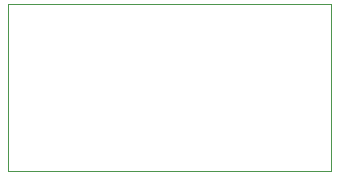
<source format=gko>
G04 Layer_Color=16711935*
%FSLAX42Y42*%
%MOMM*%
G71*
G01*
G75*
%ADD19C,0.05*%
D19*
X0Y0D02*
X2731Y-0D01*
Y1410D01*
X0Y1410D02*
X2731Y1410D01*
X0Y0D02*
Y1410D01*
M02*

</source>
